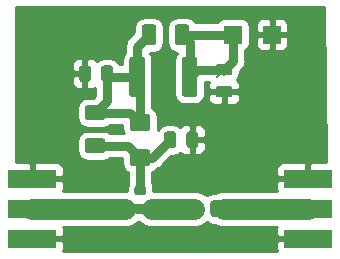
<source format=gtl>
G04 #@! TF.GenerationSoftware,KiCad,Pcbnew,5.0.1*
G04 #@! TF.CreationDate,2018-12-27T15:17:57+01:00*
G04 #@! TF.ProjectId,BiasT,42696173542E6B696361645F70636200,rev?*
G04 #@! TF.SameCoordinates,Original*
G04 #@! TF.FileFunction,Copper,L1,Top,Signal*
G04 #@! TF.FilePolarity,Positive*
%FSLAX46Y46*%
G04 Gerber Fmt 4.6, Leading zero omitted, Abs format (unit mm)*
G04 Created by KiCad (PCBNEW 5.0.1) date Do 27 Dez 2018 15:17:57 CET*
%MOMM*%
%LPD*%
G01*
G04 APERTURE LIST*
G04 #@! TA.AperFunction,Conductor*
%ADD10C,0.100000*%
G04 #@! TD*
G04 #@! TA.AperFunction,SMDPad,CuDef*
%ADD11C,0.975000*%
G04 #@! TD*
G04 #@! TA.AperFunction,SMDPad,CuDef*
%ADD12C,1.425000*%
G04 #@! TD*
G04 #@! TA.AperFunction,SMDPad,CuDef*
%ADD13C,1.250000*%
G04 #@! TD*
G04 #@! TA.AperFunction,SMDPad,CuDef*
%ADD14R,1.500000X1.500000*%
G04 #@! TD*
G04 #@! TA.AperFunction,SMDPad,CuDef*
%ADD15R,4.064000X1.524000*%
G04 #@! TD*
G04 #@! TA.AperFunction,SMDPad,CuDef*
%ADD16C,1.300000*%
G04 #@! TD*
G04 #@! TA.AperFunction,SMDPad,CuDef*
%ADD17C,0.875000*%
G04 #@! TD*
G04 #@! TA.AperFunction,ViaPad*
%ADD18C,0.609600*%
G04 #@! TD*
G04 #@! TA.AperFunction,Conductor*
%ADD19C,0.203200*%
G04 #@! TD*
G04 #@! TA.AperFunction,Conductor*
%ADD20C,0.800000*%
G04 #@! TD*
G04 #@! TA.AperFunction,Conductor*
%ADD21C,1.800000*%
G04 #@! TD*
G04 #@! TA.AperFunction,Conductor*
%ADD22C,0.254000*%
G04 #@! TD*
G04 APERTURE END LIST*
D10*
G04 #@! TO.N,Net-(C1-Pad2)*
G04 #@! TO.C,C1*
G36*
X149832142Y-74854674D02*
X149855803Y-74858184D01*
X149879007Y-74863996D01*
X149901529Y-74872054D01*
X149923153Y-74882282D01*
X149943670Y-74894579D01*
X149962883Y-74908829D01*
X149980607Y-74924893D01*
X149996671Y-74942617D01*
X150010921Y-74961830D01*
X150023218Y-74982347D01*
X150033446Y-75003971D01*
X150041504Y-75026493D01*
X150047316Y-75049697D01*
X150050826Y-75073358D01*
X150052000Y-75097250D01*
X150052000Y-75584750D01*
X150050826Y-75608642D01*
X150047316Y-75632303D01*
X150041504Y-75655507D01*
X150033446Y-75678029D01*
X150023218Y-75699653D01*
X150010921Y-75720170D01*
X149996671Y-75739383D01*
X149980607Y-75757107D01*
X149962883Y-75773171D01*
X149943670Y-75787421D01*
X149923153Y-75799718D01*
X149901529Y-75809946D01*
X149879007Y-75818004D01*
X149855803Y-75823816D01*
X149832142Y-75827326D01*
X149808250Y-75828500D01*
X148895750Y-75828500D01*
X148871858Y-75827326D01*
X148848197Y-75823816D01*
X148824993Y-75818004D01*
X148802471Y-75809946D01*
X148780847Y-75799718D01*
X148760330Y-75787421D01*
X148741117Y-75773171D01*
X148723393Y-75757107D01*
X148707329Y-75739383D01*
X148693079Y-75720170D01*
X148680782Y-75699653D01*
X148670554Y-75678029D01*
X148662496Y-75655507D01*
X148656684Y-75632303D01*
X148653174Y-75608642D01*
X148652000Y-75584750D01*
X148652000Y-75097250D01*
X148653174Y-75073358D01*
X148656684Y-75049697D01*
X148662496Y-75026493D01*
X148670554Y-75003971D01*
X148680782Y-74982347D01*
X148693079Y-74961830D01*
X148707329Y-74942617D01*
X148723393Y-74924893D01*
X148741117Y-74908829D01*
X148760330Y-74894579D01*
X148780847Y-74882282D01*
X148802471Y-74872054D01*
X148824993Y-74863996D01*
X148848197Y-74858184D01*
X148871858Y-74854674D01*
X148895750Y-74853500D01*
X149808250Y-74853500D01*
X149832142Y-74854674D01*
X149832142Y-74854674D01*
G37*
D11*
G04 #@! TD*
G04 #@! TO.P,C1,2*
G04 #@! TO.N,Net-(C1-Pad2)*
X149352000Y-75341000D03*
D10*
G04 #@! TO.N,GND*
G04 #@! TO.C,C1*
G36*
X149832142Y-76729674D02*
X149855803Y-76733184D01*
X149879007Y-76738996D01*
X149901529Y-76747054D01*
X149923153Y-76757282D01*
X149943670Y-76769579D01*
X149962883Y-76783829D01*
X149980607Y-76799893D01*
X149996671Y-76817617D01*
X150010921Y-76836830D01*
X150023218Y-76857347D01*
X150033446Y-76878971D01*
X150041504Y-76901493D01*
X150047316Y-76924697D01*
X150050826Y-76948358D01*
X150052000Y-76972250D01*
X150052000Y-77459750D01*
X150050826Y-77483642D01*
X150047316Y-77507303D01*
X150041504Y-77530507D01*
X150033446Y-77553029D01*
X150023218Y-77574653D01*
X150010921Y-77595170D01*
X149996671Y-77614383D01*
X149980607Y-77632107D01*
X149962883Y-77648171D01*
X149943670Y-77662421D01*
X149923153Y-77674718D01*
X149901529Y-77684946D01*
X149879007Y-77693004D01*
X149855803Y-77698816D01*
X149832142Y-77702326D01*
X149808250Y-77703500D01*
X148895750Y-77703500D01*
X148871858Y-77702326D01*
X148848197Y-77698816D01*
X148824993Y-77693004D01*
X148802471Y-77684946D01*
X148780847Y-77674718D01*
X148760330Y-77662421D01*
X148741117Y-77648171D01*
X148723393Y-77632107D01*
X148707329Y-77614383D01*
X148693079Y-77595170D01*
X148680782Y-77574653D01*
X148670554Y-77553029D01*
X148662496Y-77530507D01*
X148656684Y-77507303D01*
X148653174Y-77483642D01*
X148652000Y-77459750D01*
X148652000Y-76972250D01*
X148653174Y-76948358D01*
X148656684Y-76924697D01*
X148662496Y-76901493D01*
X148670554Y-76878971D01*
X148680782Y-76857347D01*
X148693079Y-76836830D01*
X148707329Y-76817617D01*
X148723393Y-76799893D01*
X148741117Y-76783829D01*
X148760330Y-76769579D01*
X148780847Y-76757282D01*
X148802471Y-76747054D01*
X148824993Y-76738996D01*
X148848197Y-76733184D01*
X148871858Y-76729674D01*
X148895750Y-76728500D01*
X149808250Y-76728500D01*
X149832142Y-76729674D01*
X149832142Y-76729674D01*
G37*
D11*
G04 #@! TD*
G04 #@! TO.P,C1,1*
G04 #@! TO.N,GND*
X149352000Y-77216000D03*
D10*
G04 #@! TO.N,GND*
G04 #@! TO.C,C2*
G36*
X137838642Y-74993174D02*
X137862303Y-74996684D01*
X137885507Y-75002496D01*
X137908029Y-75010554D01*
X137929653Y-75020782D01*
X137950170Y-75033079D01*
X137969383Y-75047329D01*
X137987107Y-75063393D01*
X138003171Y-75081117D01*
X138017421Y-75100330D01*
X138029718Y-75120847D01*
X138039946Y-75142471D01*
X138048004Y-75164993D01*
X138053816Y-75188197D01*
X138057326Y-75211858D01*
X138058500Y-75235750D01*
X138058500Y-76148250D01*
X138057326Y-76172142D01*
X138053816Y-76195803D01*
X138048004Y-76219007D01*
X138039946Y-76241529D01*
X138029718Y-76263153D01*
X138017421Y-76283670D01*
X138003171Y-76302883D01*
X137987107Y-76320607D01*
X137969383Y-76336671D01*
X137950170Y-76350921D01*
X137929653Y-76363218D01*
X137908029Y-76373446D01*
X137885507Y-76381504D01*
X137862303Y-76387316D01*
X137838642Y-76390826D01*
X137814750Y-76392000D01*
X137327250Y-76392000D01*
X137303358Y-76390826D01*
X137279697Y-76387316D01*
X137256493Y-76381504D01*
X137233971Y-76373446D01*
X137212347Y-76363218D01*
X137191830Y-76350921D01*
X137172617Y-76336671D01*
X137154893Y-76320607D01*
X137138829Y-76302883D01*
X137124579Y-76283670D01*
X137112282Y-76263153D01*
X137102054Y-76241529D01*
X137093996Y-76219007D01*
X137088184Y-76195803D01*
X137084674Y-76172142D01*
X137083500Y-76148250D01*
X137083500Y-75235750D01*
X137084674Y-75211858D01*
X137088184Y-75188197D01*
X137093996Y-75164993D01*
X137102054Y-75142471D01*
X137112282Y-75120847D01*
X137124579Y-75100330D01*
X137138829Y-75081117D01*
X137154893Y-75063393D01*
X137172617Y-75047329D01*
X137191830Y-75033079D01*
X137212347Y-75020782D01*
X137233971Y-75010554D01*
X137256493Y-75002496D01*
X137279697Y-74996684D01*
X137303358Y-74993174D01*
X137327250Y-74992000D01*
X137814750Y-74992000D01*
X137838642Y-74993174D01*
X137838642Y-74993174D01*
G37*
D11*
G04 #@! TD*
G04 #@! TO.P,C2,1*
G04 #@! TO.N,GND*
X137571000Y-75692000D03*
D10*
G04 #@! TO.N,Net-(C2-Pad2)*
G04 #@! TO.C,C2*
G36*
X139713642Y-74993174D02*
X139737303Y-74996684D01*
X139760507Y-75002496D01*
X139783029Y-75010554D01*
X139804653Y-75020782D01*
X139825170Y-75033079D01*
X139844383Y-75047329D01*
X139862107Y-75063393D01*
X139878171Y-75081117D01*
X139892421Y-75100330D01*
X139904718Y-75120847D01*
X139914946Y-75142471D01*
X139923004Y-75164993D01*
X139928816Y-75188197D01*
X139932326Y-75211858D01*
X139933500Y-75235750D01*
X139933500Y-76148250D01*
X139932326Y-76172142D01*
X139928816Y-76195803D01*
X139923004Y-76219007D01*
X139914946Y-76241529D01*
X139904718Y-76263153D01*
X139892421Y-76283670D01*
X139878171Y-76302883D01*
X139862107Y-76320607D01*
X139844383Y-76336671D01*
X139825170Y-76350921D01*
X139804653Y-76363218D01*
X139783029Y-76373446D01*
X139760507Y-76381504D01*
X139737303Y-76387316D01*
X139713642Y-76390826D01*
X139689750Y-76392000D01*
X139202250Y-76392000D01*
X139178358Y-76390826D01*
X139154697Y-76387316D01*
X139131493Y-76381504D01*
X139108971Y-76373446D01*
X139087347Y-76363218D01*
X139066830Y-76350921D01*
X139047617Y-76336671D01*
X139029893Y-76320607D01*
X139013829Y-76302883D01*
X138999579Y-76283670D01*
X138987282Y-76263153D01*
X138977054Y-76241529D01*
X138968996Y-76219007D01*
X138963184Y-76195803D01*
X138959674Y-76172142D01*
X138958500Y-76148250D01*
X138958500Y-75235750D01*
X138959674Y-75211858D01*
X138963184Y-75188197D01*
X138968996Y-75164993D01*
X138977054Y-75142471D01*
X138987282Y-75120847D01*
X138999579Y-75100330D01*
X139013829Y-75081117D01*
X139029893Y-75063393D01*
X139047617Y-75047329D01*
X139066830Y-75033079D01*
X139087347Y-75020782D01*
X139108971Y-75010554D01*
X139131493Y-75002496D01*
X139154697Y-74996684D01*
X139178358Y-74993174D01*
X139202250Y-74992000D01*
X139689750Y-74992000D01*
X139713642Y-74993174D01*
X139713642Y-74993174D01*
G37*
D11*
G04 #@! TD*
G04 #@! TO.P,C2,2*
G04 #@! TO.N,Net-(C2-Pad2)*
X139446000Y-75692000D03*
D10*
G04 #@! TO.N,Net-(C3-Pad2)*
G04 #@! TO.C,C3*
G36*
X145047642Y-80581174D02*
X145071303Y-80584684D01*
X145094507Y-80590496D01*
X145117029Y-80598554D01*
X145138653Y-80608782D01*
X145159170Y-80621079D01*
X145178383Y-80635329D01*
X145196107Y-80651393D01*
X145212171Y-80669117D01*
X145226421Y-80688330D01*
X145238718Y-80708847D01*
X145248946Y-80730471D01*
X145257004Y-80752993D01*
X145262816Y-80776197D01*
X145266326Y-80799858D01*
X145267500Y-80823750D01*
X145267500Y-81736250D01*
X145266326Y-81760142D01*
X145262816Y-81783803D01*
X145257004Y-81807007D01*
X145248946Y-81829529D01*
X145238718Y-81851153D01*
X145226421Y-81871670D01*
X145212171Y-81890883D01*
X145196107Y-81908607D01*
X145178383Y-81924671D01*
X145159170Y-81938921D01*
X145138653Y-81951218D01*
X145117029Y-81961446D01*
X145094507Y-81969504D01*
X145071303Y-81975316D01*
X145047642Y-81978826D01*
X145023750Y-81980000D01*
X144536250Y-81980000D01*
X144512358Y-81978826D01*
X144488697Y-81975316D01*
X144465493Y-81969504D01*
X144442971Y-81961446D01*
X144421347Y-81951218D01*
X144400830Y-81938921D01*
X144381617Y-81924671D01*
X144363893Y-81908607D01*
X144347829Y-81890883D01*
X144333579Y-81871670D01*
X144321282Y-81851153D01*
X144311054Y-81829529D01*
X144302996Y-81807007D01*
X144297184Y-81783803D01*
X144293674Y-81760142D01*
X144292500Y-81736250D01*
X144292500Y-80823750D01*
X144293674Y-80799858D01*
X144297184Y-80776197D01*
X144302996Y-80752993D01*
X144311054Y-80730471D01*
X144321282Y-80708847D01*
X144333579Y-80688330D01*
X144347829Y-80669117D01*
X144363893Y-80651393D01*
X144381617Y-80635329D01*
X144400830Y-80621079D01*
X144421347Y-80608782D01*
X144442971Y-80598554D01*
X144465493Y-80590496D01*
X144488697Y-80584684D01*
X144512358Y-80581174D01*
X144536250Y-80580000D01*
X145023750Y-80580000D01*
X145047642Y-80581174D01*
X145047642Y-80581174D01*
G37*
D11*
G04 #@! TD*
G04 #@! TO.P,C3,2*
G04 #@! TO.N,Net-(C3-Pad2)*
X144780000Y-81280000D03*
D10*
G04 #@! TO.N,GND*
G04 #@! TO.C,C3*
G36*
X146922642Y-80581174D02*
X146946303Y-80584684D01*
X146969507Y-80590496D01*
X146992029Y-80598554D01*
X147013653Y-80608782D01*
X147034170Y-80621079D01*
X147053383Y-80635329D01*
X147071107Y-80651393D01*
X147087171Y-80669117D01*
X147101421Y-80688330D01*
X147113718Y-80708847D01*
X147123946Y-80730471D01*
X147132004Y-80752993D01*
X147137816Y-80776197D01*
X147141326Y-80799858D01*
X147142500Y-80823750D01*
X147142500Y-81736250D01*
X147141326Y-81760142D01*
X147137816Y-81783803D01*
X147132004Y-81807007D01*
X147123946Y-81829529D01*
X147113718Y-81851153D01*
X147101421Y-81871670D01*
X147087171Y-81890883D01*
X147071107Y-81908607D01*
X147053383Y-81924671D01*
X147034170Y-81938921D01*
X147013653Y-81951218D01*
X146992029Y-81961446D01*
X146969507Y-81969504D01*
X146946303Y-81975316D01*
X146922642Y-81978826D01*
X146898750Y-81980000D01*
X146411250Y-81980000D01*
X146387358Y-81978826D01*
X146363697Y-81975316D01*
X146340493Y-81969504D01*
X146317971Y-81961446D01*
X146296347Y-81951218D01*
X146275830Y-81938921D01*
X146256617Y-81924671D01*
X146238893Y-81908607D01*
X146222829Y-81890883D01*
X146208579Y-81871670D01*
X146196282Y-81851153D01*
X146186054Y-81829529D01*
X146177996Y-81807007D01*
X146172184Y-81783803D01*
X146168674Y-81760142D01*
X146167500Y-81736250D01*
X146167500Y-80823750D01*
X146168674Y-80799858D01*
X146172184Y-80776197D01*
X146177996Y-80752993D01*
X146186054Y-80730471D01*
X146196282Y-80708847D01*
X146208579Y-80688330D01*
X146222829Y-80669117D01*
X146238893Y-80651393D01*
X146256617Y-80635329D01*
X146275830Y-80621079D01*
X146296347Y-80608782D01*
X146317971Y-80598554D01*
X146340493Y-80590496D01*
X146363697Y-80584684D01*
X146387358Y-80581174D01*
X146411250Y-80580000D01*
X146898750Y-80580000D01*
X146922642Y-80581174D01*
X146922642Y-80581174D01*
G37*
D11*
G04 #@! TD*
G04 #@! TO.P,C3,1*
G04 #@! TO.N,GND*
X146655000Y-81280000D03*
D10*
G04 #@! TO.N,/RF_2*
G04 #@! TO.C,C4*
G36*
X148954642Y-86423174D02*
X148978303Y-86426684D01*
X149001507Y-86432496D01*
X149024029Y-86440554D01*
X149045653Y-86450782D01*
X149066170Y-86463079D01*
X149085383Y-86477329D01*
X149103107Y-86493393D01*
X149119171Y-86511117D01*
X149133421Y-86530330D01*
X149145718Y-86550847D01*
X149155946Y-86572471D01*
X149164004Y-86594993D01*
X149169816Y-86618197D01*
X149173326Y-86641858D01*
X149174500Y-86665750D01*
X149174500Y-87578250D01*
X149173326Y-87602142D01*
X149169816Y-87625803D01*
X149164004Y-87649007D01*
X149155946Y-87671529D01*
X149145718Y-87693153D01*
X149133421Y-87713670D01*
X149119171Y-87732883D01*
X149103107Y-87750607D01*
X149085383Y-87766671D01*
X149066170Y-87780921D01*
X149045653Y-87793218D01*
X149024029Y-87803446D01*
X149001507Y-87811504D01*
X148978303Y-87817316D01*
X148954642Y-87820826D01*
X148930750Y-87822000D01*
X148443250Y-87822000D01*
X148419358Y-87820826D01*
X148395697Y-87817316D01*
X148372493Y-87811504D01*
X148349971Y-87803446D01*
X148328347Y-87793218D01*
X148307830Y-87780921D01*
X148288617Y-87766671D01*
X148270893Y-87750607D01*
X148254829Y-87732883D01*
X148240579Y-87713670D01*
X148228282Y-87693153D01*
X148218054Y-87671529D01*
X148209996Y-87649007D01*
X148204184Y-87625803D01*
X148200674Y-87602142D01*
X148199500Y-87578250D01*
X148199500Y-86665750D01*
X148200674Y-86641858D01*
X148204184Y-86618197D01*
X148209996Y-86594993D01*
X148218054Y-86572471D01*
X148228282Y-86550847D01*
X148240579Y-86530330D01*
X148254829Y-86511117D01*
X148270893Y-86493393D01*
X148288617Y-86477329D01*
X148307830Y-86463079D01*
X148328347Y-86450782D01*
X148349971Y-86440554D01*
X148372493Y-86432496D01*
X148395697Y-86426684D01*
X148419358Y-86423174D01*
X148443250Y-86422000D01*
X148930750Y-86422000D01*
X148954642Y-86423174D01*
X148954642Y-86423174D01*
G37*
D11*
G04 #@! TD*
G04 #@! TO.P,C4,1*
G04 #@! TO.N,/RF_2*
X148687000Y-87122000D03*
D10*
G04 #@! TO.N,/RF_1*
G04 #@! TO.C,C4*
G36*
X147079642Y-86423174D02*
X147103303Y-86426684D01*
X147126507Y-86432496D01*
X147149029Y-86440554D01*
X147170653Y-86450782D01*
X147191170Y-86463079D01*
X147210383Y-86477329D01*
X147228107Y-86493393D01*
X147244171Y-86511117D01*
X147258421Y-86530330D01*
X147270718Y-86550847D01*
X147280946Y-86572471D01*
X147289004Y-86594993D01*
X147294816Y-86618197D01*
X147298326Y-86641858D01*
X147299500Y-86665750D01*
X147299500Y-87578250D01*
X147298326Y-87602142D01*
X147294816Y-87625803D01*
X147289004Y-87649007D01*
X147280946Y-87671529D01*
X147270718Y-87693153D01*
X147258421Y-87713670D01*
X147244171Y-87732883D01*
X147228107Y-87750607D01*
X147210383Y-87766671D01*
X147191170Y-87780921D01*
X147170653Y-87793218D01*
X147149029Y-87803446D01*
X147126507Y-87811504D01*
X147103303Y-87817316D01*
X147079642Y-87820826D01*
X147055750Y-87822000D01*
X146568250Y-87822000D01*
X146544358Y-87820826D01*
X146520697Y-87817316D01*
X146497493Y-87811504D01*
X146474971Y-87803446D01*
X146453347Y-87793218D01*
X146432830Y-87780921D01*
X146413617Y-87766671D01*
X146395893Y-87750607D01*
X146379829Y-87732883D01*
X146365579Y-87713670D01*
X146353282Y-87693153D01*
X146343054Y-87671529D01*
X146334996Y-87649007D01*
X146329184Y-87625803D01*
X146325674Y-87602142D01*
X146324500Y-87578250D01*
X146324500Y-86665750D01*
X146325674Y-86641858D01*
X146329184Y-86618197D01*
X146334996Y-86594993D01*
X146343054Y-86572471D01*
X146353282Y-86550847D01*
X146365579Y-86530330D01*
X146379829Y-86511117D01*
X146395893Y-86493393D01*
X146413617Y-86477329D01*
X146432830Y-86463079D01*
X146453347Y-86450782D01*
X146474971Y-86440554D01*
X146497493Y-86432496D01*
X146520697Y-86426684D01*
X146544358Y-86423174D01*
X146568250Y-86422000D01*
X147055750Y-86422000D01*
X147079642Y-86423174D01*
X147079642Y-86423174D01*
G37*
D11*
G04 #@! TD*
G04 #@! TO.P,C4,2*
G04 #@! TO.N,/RF_1*
X146812000Y-87122000D03*
D10*
G04 #@! TO.N,Net-(C2-Pad2)*
G04 #@! TO.C,L2*
G36*
X142889504Y-79117704D02*
X142913773Y-79121304D01*
X142937571Y-79127265D01*
X142960671Y-79135530D01*
X142982849Y-79146020D01*
X143003893Y-79158633D01*
X143023598Y-79173247D01*
X143041777Y-79189723D01*
X143058253Y-79207902D01*
X143072867Y-79227607D01*
X143085480Y-79248651D01*
X143095970Y-79270829D01*
X143104235Y-79293929D01*
X143110196Y-79317727D01*
X143113796Y-79341996D01*
X143115000Y-79366500D01*
X143115000Y-80291500D01*
X143113796Y-80316004D01*
X143110196Y-80340273D01*
X143104235Y-80364071D01*
X143095970Y-80387171D01*
X143085480Y-80409349D01*
X143072867Y-80430393D01*
X143058253Y-80450098D01*
X143041777Y-80468277D01*
X143023598Y-80484753D01*
X143003893Y-80499367D01*
X142982849Y-80511980D01*
X142960671Y-80522470D01*
X142937571Y-80530735D01*
X142913773Y-80536696D01*
X142889504Y-80540296D01*
X142865000Y-80541500D01*
X141615000Y-80541500D01*
X141590496Y-80540296D01*
X141566227Y-80536696D01*
X141542429Y-80530735D01*
X141519329Y-80522470D01*
X141497151Y-80511980D01*
X141476107Y-80499367D01*
X141456402Y-80484753D01*
X141438223Y-80468277D01*
X141421747Y-80450098D01*
X141407133Y-80430393D01*
X141394520Y-80409349D01*
X141384030Y-80387171D01*
X141375765Y-80364071D01*
X141369804Y-80340273D01*
X141366204Y-80316004D01*
X141365000Y-80291500D01*
X141365000Y-79366500D01*
X141366204Y-79341996D01*
X141369804Y-79317727D01*
X141375765Y-79293929D01*
X141384030Y-79270829D01*
X141394520Y-79248651D01*
X141407133Y-79227607D01*
X141421747Y-79207902D01*
X141438223Y-79189723D01*
X141456402Y-79173247D01*
X141476107Y-79158633D01*
X141497151Y-79146020D01*
X141519329Y-79135530D01*
X141542429Y-79127265D01*
X141566227Y-79121304D01*
X141590496Y-79117704D01*
X141615000Y-79116500D01*
X142865000Y-79116500D01*
X142889504Y-79117704D01*
X142889504Y-79117704D01*
G37*
D12*
G04 #@! TD*
G04 #@! TO.P,L2,1*
G04 #@! TO.N,Net-(C2-Pad2)*
X142240000Y-79829000D03*
D10*
G04 #@! TO.N,Net-(C3-Pad2)*
G04 #@! TO.C,L2*
G36*
X142889504Y-82092704D02*
X142913773Y-82096304D01*
X142937571Y-82102265D01*
X142960671Y-82110530D01*
X142982849Y-82121020D01*
X143003893Y-82133633D01*
X143023598Y-82148247D01*
X143041777Y-82164723D01*
X143058253Y-82182902D01*
X143072867Y-82202607D01*
X143085480Y-82223651D01*
X143095970Y-82245829D01*
X143104235Y-82268929D01*
X143110196Y-82292727D01*
X143113796Y-82316996D01*
X143115000Y-82341500D01*
X143115000Y-83266500D01*
X143113796Y-83291004D01*
X143110196Y-83315273D01*
X143104235Y-83339071D01*
X143095970Y-83362171D01*
X143085480Y-83384349D01*
X143072867Y-83405393D01*
X143058253Y-83425098D01*
X143041777Y-83443277D01*
X143023598Y-83459753D01*
X143003893Y-83474367D01*
X142982849Y-83486980D01*
X142960671Y-83497470D01*
X142937571Y-83505735D01*
X142913773Y-83511696D01*
X142889504Y-83515296D01*
X142865000Y-83516500D01*
X141615000Y-83516500D01*
X141590496Y-83515296D01*
X141566227Y-83511696D01*
X141542429Y-83505735D01*
X141519329Y-83497470D01*
X141497151Y-83486980D01*
X141476107Y-83474367D01*
X141456402Y-83459753D01*
X141438223Y-83443277D01*
X141421747Y-83425098D01*
X141407133Y-83405393D01*
X141394520Y-83384349D01*
X141384030Y-83362171D01*
X141375765Y-83339071D01*
X141369804Y-83315273D01*
X141366204Y-83291004D01*
X141365000Y-83266500D01*
X141365000Y-82341500D01*
X141366204Y-82316996D01*
X141369804Y-82292727D01*
X141375765Y-82268929D01*
X141384030Y-82245829D01*
X141394520Y-82223651D01*
X141407133Y-82202607D01*
X141421747Y-82182902D01*
X141438223Y-82164723D01*
X141456402Y-82148247D01*
X141476107Y-82133633D01*
X141497151Y-82121020D01*
X141519329Y-82110530D01*
X141542429Y-82102265D01*
X141566227Y-82096304D01*
X141590496Y-82092704D01*
X141615000Y-82091500D01*
X142865000Y-82091500D01*
X142889504Y-82092704D01*
X142889504Y-82092704D01*
G37*
D12*
G04 #@! TD*
G04 #@! TO.P,L2,2*
G04 #@! TO.N,Net-(C3-Pad2)*
X142240000Y-82804000D03*
D10*
G04 #@! TO.N,Net-(C2-Pad2)*
G04 #@! TO.C,R1*
G36*
X143395504Y-71516204D02*
X143419773Y-71519804D01*
X143443571Y-71525765D01*
X143466671Y-71534030D01*
X143488849Y-71544520D01*
X143509893Y-71557133D01*
X143529598Y-71571747D01*
X143547777Y-71588223D01*
X143564253Y-71606402D01*
X143578867Y-71626107D01*
X143591480Y-71647151D01*
X143601970Y-71669329D01*
X143610235Y-71692429D01*
X143616196Y-71716227D01*
X143619796Y-71740496D01*
X143621000Y-71765000D01*
X143621000Y-73015000D01*
X143619796Y-73039504D01*
X143616196Y-73063773D01*
X143610235Y-73087571D01*
X143601970Y-73110671D01*
X143591480Y-73132849D01*
X143578867Y-73153893D01*
X143564253Y-73173598D01*
X143547777Y-73191777D01*
X143529598Y-73208253D01*
X143509893Y-73222867D01*
X143488849Y-73235480D01*
X143466671Y-73245970D01*
X143443571Y-73254235D01*
X143419773Y-73260196D01*
X143395504Y-73263796D01*
X143371000Y-73265000D01*
X142621000Y-73265000D01*
X142596496Y-73263796D01*
X142572227Y-73260196D01*
X142548429Y-73254235D01*
X142525329Y-73245970D01*
X142503151Y-73235480D01*
X142482107Y-73222867D01*
X142462402Y-73208253D01*
X142444223Y-73191777D01*
X142427747Y-73173598D01*
X142413133Y-73153893D01*
X142400520Y-73132849D01*
X142390030Y-73110671D01*
X142381765Y-73087571D01*
X142375804Y-73063773D01*
X142372204Y-73039504D01*
X142371000Y-73015000D01*
X142371000Y-71765000D01*
X142372204Y-71740496D01*
X142375804Y-71716227D01*
X142381765Y-71692429D01*
X142390030Y-71669329D01*
X142400520Y-71647151D01*
X142413133Y-71626107D01*
X142427747Y-71606402D01*
X142444223Y-71588223D01*
X142462402Y-71571747D01*
X142482107Y-71557133D01*
X142503151Y-71544520D01*
X142525329Y-71534030D01*
X142548429Y-71525765D01*
X142572227Y-71519804D01*
X142596496Y-71516204D01*
X142621000Y-71515000D01*
X143371000Y-71515000D01*
X143395504Y-71516204D01*
X143395504Y-71516204D01*
G37*
D13*
G04 #@! TD*
G04 #@! TO.P,R1,2*
G04 #@! TO.N,Net-(C2-Pad2)*
X142996000Y-72390000D03*
D10*
G04 #@! TO.N,Net-(C1-Pad2)*
G04 #@! TO.C,R1*
G36*
X146195504Y-71516204D02*
X146219773Y-71519804D01*
X146243571Y-71525765D01*
X146266671Y-71534030D01*
X146288849Y-71544520D01*
X146309893Y-71557133D01*
X146329598Y-71571747D01*
X146347777Y-71588223D01*
X146364253Y-71606402D01*
X146378867Y-71626107D01*
X146391480Y-71647151D01*
X146401970Y-71669329D01*
X146410235Y-71692429D01*
X146416196Y-71716227D01*
X146419796Y-71740496D01*
X146421000Y-71765000D01*
X146421000Y-73015000D01*
X146419796Y-73039504D01*
X146416196Y-73063773D01*
X146410235Y-73087571D01*
X146401970Y-73110671D01*
X146391480Y-73132849D01*
X146378867Y-73153893D01*
X146364253Y-73173598D01*
X146347777Y-73191777D01*
X146329598Y-73208253D01*
X146309893Y-73222867D01*
X146288849Y-73235480D01*
X146266671Y-73245970D01*
X146243571Y-73254235D01*
X146219773Y-73260196D01*
X146195504Y-73263796D01*
X146171000Y-73265000D01*
X145421000Y-73265000D01*
X145396496Y-73263796D01*
X145372227Y-73260196D01*
X145348429Y-73254235D01*
X145325329Y-73245970D01*
X145303151Y-73235480D01*
X145282107Y-73222867D01*
X145262402Y-73208253D01*
X145244223Y-73191777D01*
X145227747Y-73173598D01*
X145213133Y-73153893D01*
X145200520Y-73132849D01*
X145190030Y-73110671D01*
X145181765Y-73087571D01*
X145175804Y-73063773D01*
X145172204Y-73039504D01*
X145171000Y-73015000D01*
X145171000Y-71765000D01*
X145172204Y-71740496D01*
X145175804Y-71716227D01*
X145181765Y-71692429D01*
X145190030Y-71669329D01*
X145200520Y-71647151D01*
X145213133Y-71626107D01*
X145227747Y-71606402D01*
X145244223Y-71588223D01*
X145262402Y-71571747D01*
X145282107Y-71557133D01*
X145303151Y-71544520D01*
X145325329Y-71534030D01*
X145348429Y-71525765D01*
X145372227Y-71519804D01*
X145396496Y-71516204D01*
X145421000Y-71515000D01*
X146171000Y-71515000D01*
X146195504Y-71516204D01*
X146195504Y-71516204D01*
G37*
D13*
G04 #@! TD*
G04 #@! TO.P,R1,1*
G04 #@! TO.N,Net-(C1-Pad2)*
X145796000Y-72390000D03*
D10*
G04 #@! TO.N,Net-(C2-Pad2)*
G04 #@! TO.C,R2*
G36*
X139079504Y-78364204D02*
X139103773Y-78367804D01*
X139127571Y-78373765D01*
X139150671Y-78382030D01*
X139172849Y-78392520D01*
X139193893Y-78405133D01*
X139213598Y-78419747D01*
X139231777Y-78436223D01*
X139248253Y-78454402D01*
X139262867Y-78474107D01*
X139275480Y-78495151D01*
X139285970Y-78517329D01*
X139294235Y-78540429D01*
X139300196Y-78564227D01*
X139303796Y-78588496D01*
X139305000Y-78613000D01*
X139305000Y-79363000D01*
X139303796Y-79387504D01*
X139300196Y-79411773D01*
X139294235Y-79435571D01*
X139285970Y-79458671D01*
X139275480Y-79480849D01*
X139262867Y-79501893D01*
X139248253Y-79521598D01*
X139231777Y-79539777D01*
X139213598Y-79556253D01*
X139193893Y-79570867D01*
X139172849Y-79583480D01*
X139150671Y-79593970D01*
X139127571Y-79602235D01*
X139103773Y-79608196D01*
X139079504Y-79611796D01*
X139055000Y-79613000D01*
X137805000Y-79613000D01*
X137780496Y-79611796D01*
X137756227Y-79608196D01*
X137732429Y-79602235D01*
X137709329Y-79593970D01*
X137687151Y-79583480D01*
X137666107Y-79570867D01*
X137646402Y-79556253D01*
X137628223Y-79539777D01*
X137611747Y-79521598D01*
X137597133Y-79501893D01*
X137584520Y-79480849D01*
X137574030Y-79458671D01*
X137565765Y-79435571D01*
X137559804Y-79411773D01*
X137556204Y-79387504D01*
X137555000Y-79363000D01*
X137555000Y-78613000D01*
X137556204Y-78588496D01*
X137559804Y-78564227D01*
X137565765Y-78540429D01*
X137574030Y-78517329D01*
X137584520Y-78495151D01*
X137597133Y-78474107D01*
X137611747Y-78454402D01*
X137628223Y-78436223D01*
X137646402Y-78419747D01*
X137666107Y-78405133D01*
X137687151Y-78392520D01*
X137709329Y-78382030D01*
X137732429Y-78373765D01*
X137756227Y-78367804D01*
X137780496Y-78364204D01*
X137805000Y-78363000D01*
X139055000Y-78363000D01*
X139079504Y-78364204D01*
X139079504Y-78364204D01*
G37*
D13*
G04 #@! TD*
G04 #@! TO.P,R2,1*
G04 #@! TO.N,Net-(C2-Pad2)*
X138430000Y-78988000D03*
D10*
G04 #@! TO.N,Net-(C3-Pad2)*
G04 #@! TO.C,R2*
G36*
X139079504Y-81164204D02*
X139103773Y-81167804D01*
X139127571Y-81173765D01*
X139150671Y-81182030D01*
X139172849Y-81192520D01*
X139193893Y-81205133D01*
X139213598Y-81219747D01*
X139231777Y-81236223D01*
X139248253Y-81254402D01*
X139262867Y-81274107D01*
X139275480Y-81295151D01*
X139285970Y-81317329D01*
X139294235Y-81340429D01*
X139300196Y-81364227D01*
X139303796Y-81388496D01*
X139305000Y-81413000D01*
X139305000Y-82163000D01*
X139303796Y-82187504D01*
X139300196Y-82211773D01*
X139294235Y-82235571D01*
X139285970Y-82258671D01*
X139275480Y-82280849D01*
X139262867Y-82301893D01*
X139248253Y-82321598D01*
X139231777Y-82339777D01*
X139213598Y-82356253D01*
X139193893Y-82370867D01*
X139172849Y-82383480D01*
X139150671Y-82393970D01*
X139127571Y-82402235D01*
X139103773Y-82408196D01*
X139079504Y-82411796D01*
X139055000Y-82413000D01*
X137805000Y-82413000D01*
X137780496Y-82411796D01*
X137756227Y-82408196D01*
X137732429Y-82402235D01*
X137709329Y-82393970D01*
X137687151Y-82383480D01*
X137666107Y-82370867D01*
X137646402Y-82356253D01*
X137628223Y-82339777D01*
X137611747Y-82321598D01*
X137597133Y-82301893D01*
X137584520Y-82280849D01*
X137574030Y-82258671D01*
X137565765Y-82235571D01*
X137559804Y-82211773D01*
X137556204Y-82187504D01*
X137555000Y-82163000D01*
X137555000Y-81413000D01*
X137556204Y-81388496D01*
X137559804Y-81364227D01*
X137565765Y-81340429D01*
X137574030Y-81317329D01*
X137584520Y-81295151D01*
X137597133Y-81274107D01*
X137611747Y-81254402D01*
X137628223Y-81236223D01*
X137646402Y-81219747D01*
X137666107Y-81205133D01*
X137687151Y-81192520D01*
X137709329Y-81182030D01*
X137732429Y-81173765D01*
X137756227Y-81167804D01*
X137780496Y-81164204D01*
X137805000Y-81163000D01*
X139055000Y-81163000D01*
X139079504Y-81164204D01*
X139079504Y-81164204D01*
G37*
D13*
G04 #@! TD*
G04 #@! TO.P,R2,2*
G04 #@! TO.N,Net-(C3-Pad2)*
X138430000Y-81788000D03*
D14*
G04 #@! TO.P,TP1,1*
G04 #@! TO.N,Net-(C1-Pad2)*
X150114000Y-72390000D03*
G04 #@! TD*
G04 #@! TO.P,TP2,1*
G04 #@! TO.N,GND*
X153416000Y-72390000D03*
G04 #@! TD*
D15*
G04 #@! TO.P,J1,2*
G04 #@! TO.N,GND*
X133096000Y-89662000D03*
X133096000Y-84582000D03*
G04 #@! TO.P,J1,1*
G04 #@! TO.N,/RF_1*
X133096000Y-87122000D03*
G04 #@! TD*
G04 #@! TO.P,J2,1*
G04 #@! TO.N,/RF_2*
X156452000Y-87122000D03*
G04 #@! TO.P,J2,2*
G04 #@! TO.N,GND*
X156452000Y-84582000D03*
X156452000Y-89662000D03*
G04 #@! TD*
D10*
G04 #@! TO.N,Net-(C1-Pad2)*
G04 #@! TO.C,L1*
G36*
X146860504Y-74247204D02*
X146884773Y-74250804D01*
X146908571Y-74256765D01*
X146931671Y-74265030D01*
X146953849Y-74275520D01*
X146974893Y-74288133D01*
X146994598Y-74302747D01*
X147012777Y-74319223D01*
X147029253Y-74337402D01*
X147043867Y-74357107D01*
X147056480Y-74378151D01*
X147066970Y-74400329D01*
X147075235Y-74423429D01*
X147081196Y-74447227D01*
X147084796Y-74471496D01*
X147086000Y-74496000D01*
X147086000Y-77396000D01*
X147084796Y-77420504D01*
X147081196Y-77444773D01*
X147075235Y-77468571D01*
X147066970Y-77491671D01*
X147056480Y-77513849D01*
X147043867Y-77534893D01*
X147029253Y-77554598D01*
X147012777Y-77572777D01*
X146994598Y-77589253D01*
X146974893Y-77603867D01*
X146953849Y-77616480D01*
X146931671Y-77626970D01*
X146908571Y-77635235D01*
X146884773Y-77641196D01*
X146860504Y-77644796D01*
X146836000Y-77646000D01*
X146036000Y-77646000D01*
X146011496Y-77644796D01*
X145987227Y-77641196D01*
X145963429Y-77635235D01*
X145940329Y-77626970D01*
X145918151Y-77616480D01*
X145897107Y-77603867D01*
X145877402Y-77589253D01*
X145859223Y-77572777D01*
X145842747Y-77554598D01*
X145828133Y-77534893D01*
X145815520Y-77513849D01*
X145805030Y-77491671D01*
X145796765Y-77468571D01*
X145790804Y-77444773D01*
X145787204Y-77420504D01*
X145786000Y-77396000D01*
X145786000Y-74496000D01*
X145787204Y-74471496D01*
X145790804Y-74447227D01*
X145796765Y-74423429D01*
X145805030Y-74400329D01*
X145815520Y-74378151D01*
X145828133Y-74357107D01*
X145842747Y-74337402D01*
X145859223Y-74319223D01*
X145877402Y-74302747D01*
X145897107Y-74288133D01*
X145918151Y-74275520D01*
X145940329Y-74265030D01*
X145963429Y-74256765D01*
X145987227Y-74250804D01*
X146011496Y-74247204D01*
X146036000Y-74246000D01*
X146836000Y-74246000D01*
X146860504Y-74247204D01*
X146860504Y-74247204D01*
G37*
D16*
G04 #@! TD*
G04 #@! TO.P,L1,1*
G04 #@! TO.N,Net-(C1-Pad2)*
X146436000Y-75946000D03*
D10*
G04 #@! TO.N,Net-(C2-Pad2)*
G04 #@! TO.C,L1*
G36*
X142410504Y-74247204D02*
X142434773Y-74250804D01*
X142458571Y-74256765D01*
X142481671Y-74265030D01*
X142503849Y-74275520D01*
X142524893Y-74288133D01*
X142544598Y-74302747D01*
X142562777Y-74319223D01*
X142579253Y-74337402D01*
X142593867Y-74357107D01*
X142606480Y-74378151D01*
X142616970Y-74400329D01*
X142625235Y-74423429D01*
X142631196Y-74447227D01*
X142634796Y-74471496D01*
X142636000Y-74496000D01*
X142636000Y-77396000D01*
X142634796Y-77420504D01*
X142631196Y-77444773D01*
X142625235Y-77468571D01*
X142616970Y-77491671D01*
X142606480Y-77513849D01*
X142593867Y-77534893D01*
X142579253Y-77554598D01*
X142562777Y-77572777D01*
X142544598Y-77589253D01*
X142524893Y-77603867D01*
X142503849Y-77616480D01*
X142481671Y-77626970D01*
X142458571Y-77635235D01*
X142434773Y-77641196D01*
X142410504Y-77644796D01*
X142386000Y-77646000D01*
X141586000Y-77646000D01*
X141561496Y-77644796D01*
X141537227Y-77641196D01*
X141513429Y-77635235D01*
X141490329Y-77626970D01*
X141468151Y-77616480D01*
X141447107Y-77603867D01*
X141427402Y-77589253D01*
X141409223Y-77572777D01*
X141392747Y-77554598D01*
X141378133Y-77534893D01*
X141365520Y-77513849D01*
X141355030Y-77491671D01*
X141346765Y-77468571D01*
X141340804Y-77444773D01*
X141337204Y-77420504D01*
X141336000Y-77396000D01*
X141336000Y-74496000D01*
X141337204Y-74471496D01*
X141340804Y-74447227D01*
X141346765Y-74423429D01*
X141355030Y-74400329D01*
X141365520Y-74378151D01*
X141378133Y-74357107D01*
X141392747Y-74337402D01*
X141409223Y-74319223D01*
X141427402Y-74302747D01*
X141447107Y-74288133D01*
X141468151Y-74275520D01*
X141490329Y-74265030D01*
X141513429Y-74256765D01*
X141537227Y-74250804D01*
X141561496Y-74247204D01*
X141586000Y-74246000D01*
X142386000Y-74246000D01*
X142410504Y-74247204D01*
X142410504Y-74247204D01*
G37*
D16*
G04 #@! TD*
G04 #@! TO.P,L1,2*
G04 #@! TO.N,Net-(C2-Pad2)*
X141986000Y-75946000D03*
D10*
G04 #@! TO.N,Net-(C3-Pad2)*
G04 #@! TO.C,L3*
G36*
X142517691Y-85110553D02*
X142538926Y-85113703D01*
X142559750Y-85118919D01*
X142579962Y-85126151D01*
X142599368Y-85135330D01*
X142617781Y-85146366D01*
X142635024Y-85159154D01*
X142650930Y-85173570D01*
X142665346Y-85189476D01*
X142678134Y-85206719D01*
X142689170Y-85225132D01*
X142698349Y-85244538D01*
X142705581Y-85264750D01*
X142710797Y-85285574D01*
X142713947Y-85306809D01*
X142715000Y-85328250D01*
X142715000Y-85765750D01*
X142713947Y-85787191D01*
X142710797Y-85808426D01*
X142705581Y-85829250D01*
X142698349Y-85849462D01*
X142689170Y-85868868D01*
X142678134Y-85887281D01*
X142665346Y-85904524D01*
X142650930Y-85920430D01*
X142635024Y-85934846D01*
X142617781Y-85947634D01*
X142599368Y-85958670D01*
X142579962Y-85967849D01*
X142559750Y-85975081D01*
X142538926Y-85980297D01*
X142517691Y-85983447D01*
X142496250Y-85984500D01*
X141983750Y-85984500D01*
X141962309Y-85983447D01*
X141941074Y-85980297D01*
X141920250Y-85975081D01*
X141900038Y-85967849D01*
X141880632Y-85958670D01*
X141862219Y-85947634D01*
X141844976Y-85934846D01*
X141829070Y-85920430D01*
X141814654Y-85904524D01*
X141801866Y-85887281D01*
X141790830Y-85868868D01*
X141781651Y-85849462D01*
X141774419Y-85829250D01*
X141769203Y-85808426D01*
X141766053Y-85787191D01*
X141765000Y-85765750D01*
X141765000Y-85328250D01*
X141766053Y-85306809D01*
X141769203Y-85285574D01*
X141774419Y-85264750D01*
X141781651Y-85244538D01*
X141790830Y-85225132D01*
X141801866Y-85206719D01*
X141814654Y-85189476D01*
X141829070Y-85173570D01*
X141844976Y-85159154D01*
X141862219Y-85146366D01*
X141880632Y-85135330D01*
X141900038Y-85126151D01*
X141920250Y-85118919D01*
X141941074Y-85113703D01*
X141962309Y-85110553D01*
X141983750Y-85109500D01*
X142496250Y-85109500D01*
X142517691Y-85110553D01*
X142517691Y-85110553D01*
G37*
D17*
G04 #@! TD*
G04 #@! TO.P,L3,1*
G04 #@! TO.N,Net-(C3-Pad2)*
X142240000Y-85547000D03*
D10*
G04 #@! TO.N,/RF_1*
G04 #@! TO.C,L3*
G36*
X142517691Y-86685553D02*
X142538926Y-86688703D01*
X142559750Y-86693919D01*
X142579962Y-86701151D01*
X142599368Y-86710330D01*
X142617781Y-86721366D01*
X142635024Y-86734154D01*
X142650930Y-86748570D01*
X142665346Y-86764476D01*
X142678134Y-86781719D01*
X142689170Y-86800132D01*
X142698349Y-86819538D01*
X142705581Y-86839750D01*
X142710797Y-86860574D01*
X142713947Y-86881809D01*
X142715000Y-86903250D01*
X142715000Y-87340750D01*
X142713947Y-87362191D01*
X142710797Y-87383426D01*
X142705581Y-87404250D01*
X142698349Y-87424462D01*
X142689170Y-87443868D01*
X142678134Y-87462281D01*
X142665346Y-87479524D01*
X142650930Y-87495430D01*
X142635024Y-87509846D01*
X142617781Y-87522634D01*
X142599368Y-87533670D01*
X142579962Y-87542849D01*
X142559750Y-87550081D01*
X142538926Y-87555297D01*
X142517691Y-87558447D01*
X142496250Y-87559500D01*
X141983750Y-87559500D01*
X141962309Y-87558447D01*
X141941074Y-87555297D01*
X141920250Y-87550081D01*
X141900038Y-87542849D01*
X141880632Y-87533670D01*
X141862219Y-87522634D01*
X141844976Y-87509846D01*
X141829070Y-87495430D01*
X141814654Y-87479524D01*
X141801866Y-87462281D01*
X141790830Y-87443868D01*
X141781651Y-87424462D01*
X141774419Y-87404250D01*
X141769203Y-87383426D01*
X141766053Y-87362191D01*
X141765000Y-87340750D01*
X141765000Y-86903250D01*
X141766053Y-86881809D01*
X141769203Y-86860574D01*
X141774419Y-86839750D01*
X141781651Y-86819538D01*
X141790830Y-86800132D01*
X141801866Y-86781719D01*
X141814654Y-86764476D01*
X141829070Y-86748570D01*
X141844976Y-86734154D01*
X141862219Y-86721366D01*
X141880632Y-86710330D01*
X141900038Y-86701151D01*
X141920250Y-86693919D01*
X141941074Y-86688703D01*
X141962309Y-86685553D01*
X141983750Y-86684500D01*
X142496250Y-86684500D01*
X142517691Y-86685553D01*
X142517691Y-86685553D01*
G37*
D17*
G04 #@! TD*
G04 #@! TO.P,L3,2*
G04 #@! TO.N,/RF_1*
X142240000Y-87122000D03*
D18*
G04 #@! TO.N,GND*
X152908000Y-84328000D03*
X151384000Y-84328000D03*
X149860000Y-84328000D03*
X148336000Y-84328000D03*
X146812000Y-84328000D03*
X145288000Y-84328000D03*
X136144000Y-84328000D03*
X137668000Y-84328000D03*
X139192000Y-84328000D03*
X140716000Y-84328000D03*
X152908000Y-89408000D03*
X150876000Y-89408000D03*
X148844000Y-89408000D03*
X146812000Y-89408000D03*
X144780000Y-89408000D03*
X142748000Y-89408000D03*
X140716000Y-89408000D03*
X138684000Y-89408000D03*
X136652000Y-89408000D03*
X144780000Y-79248000D03*
X146304000Y-79248000D03*
X144272000Y-75184000D03*
X144272000Y-77216000D03*
X135636000Y-75184000D03*
X135636000Y-77216000D03*
X135636000Y-73152000D03*
X138176000Y-73152000D03*
X152400000Y-75184000D03*
X154432000Y-75184000D03*
X156464000Y-75184000D03*
X156464000Y-73152000D03*
X156464000Y-71120000D03*
G04 #@! TD*
D19*
G04 #@! TO.N,Net-(C1-Pad2)*
X148747000Y-75946000D02*
X149352000Y-75341000D01*
D20*
X145796000Y-72390000D02*
X150114000Y-72390000D01*
X150114000Y-74579000D02*
X149352000Y-75341000D01*
X150114000Y-72390000D02*
X150114000Y-74579000D01*
X147041000Y-75341000D02*
X146436000Y-75946000D01*
X149352000Y-75341000D02*
X147041000Y-75341000D01*
X146436000Y-73030000D02*
X145796000Y-72390000D01*
X146436000Y-75946000D02*
X146436000Y-73030000D01*
G04 #@! TO.N,Net-(C2-Pad2)*
X142240000Y-76200000D02*
X141986000Y-75946000D01*
X142240000Y-79829000D02*
X142240000Y-76200000D01*
X139700000Y-75946000D02*
X139446000Y-75692000D01*
X141986000Y-75946000D02*
X139700000Y-75946000D01*
X141399000Y-78988000D02*
X142240000Y-79829000D01*
X138430000Y-78988000D02*
X141399000Y-78988000D01*
X139446000Y-77972000D02*
X138430000Y-78988000D01*
X139446000Y-75692000D02*
X139446000Y-77972000D01*
X142996000Y-72390000D02*
X141986000Y-73400000D01*
X141986000Y-73400000D02*
X141986000Y-75946000D01*
G04 #@! TO.N,Net-(C3-Pad2)*
X144780000Y-81280000D02*
X143256000Y-82804000D01*
X143256000Y-82804000D02*
X142240000Y-82804000D01*
X141224000Y-81788000D02*
X142240000Y-82804000D01*
X138430000Y-81788000D02*
X141224000Y-81788000D01*
X142240000Y-82804000D02*
X142240000Y-85547000D01*
D21*
G04 #@! TO.N,/RF_2*
X156452000Y-87122000D02*
X152620000Y-87122000D01*
X152620000Y-87122000D02*
X149352000Y-87122000D01*
G04 #@! TO.N,/RF_1*
X146812000Y-87122000D02*
X146224500Y-87122000D01*
X146224500Y-87122000D02*
X143764000Y-87122000D01*
X143764000Y-87122000D02*
X143245426Y-87122000D01*
X133096000Y-87122000D02*
X140970000Y-87122000D01*
G04 #@! TD*
D22*
G04 #@! TO.N,GND*
G36*
X142138753Y-88228673D02*
X142646499Y-88567938D01*
X143094244Y-88657000D01*
X146963182Y-88657000D01*
X147410927Y-88567938D01*
X147881037Y-88253821D01*
X148102206Y-88401602D01*
X148443250Y-88469440D01*
X148605660Y-88469440D01*
X148753073Y-88567938D01*
X149200818Y-88657000D01*
X153833335Y-88657000D01*
X153785000Y-88773690D01*
X153785000Y-89376250D01*
X153943750Y-89535000D01*
X156325000Y-89535000D01*
X156325000Y-89515000D01*
X156579000Y-89515000D01*
X156579000Y-89535000D01*
X156599000Y-89535000D01*
X156599000Y-89789000D01*
X156579000Y-89789000D01*
X156579000Y-89809000D01*
X156325000Y-89809000D01*
X156325000Y-89789000D01*
X153943750Y-89789000D01*
X153785000Y-89947750D01*
X153785000Y-90550310D01*
X153859430Y-90730000D01*
X135688570Y-90730000D01*
X135763000Y-90550310D01*
X135763000Y-89947750D01*
X135604250Y-89789000D01*
X133223000Y-89789000D01*
X133223000Y-89809000D01*
X132969000Y-89809000D01*
X132969000Y-89789000D01*
X132949000Y-89789000D01*
X132949000Y-89535000D01*
X132969000Y-89535000D01*
X132969000Y-89515000D01*
X133223000Y-89515000D01*
X133223000Y-89535000D01*
X135604250Y-89535000D01*
X135763000Y-89376250D01*
X135763000Y-88773690D01*
X135714665Y-88657000D01*
X141121182Y-88657000D01*
X141568927Y-88567938D01*
X142076673Y-88228673D01*
X142091195Y-88206940D01*
X142124231Y-88206940D01*
X142138753Y-88228673D01*
X142138753Y-88228673D01*
G37*
X142138753Y-88228673D02*
X142646499Y-88567938D01*
X143094244Y-88657000D01*
X146963182Y-88657000D01*
X147410927Y-88567938D01*
X147881037Y-88253821D01*
X148102206Y-88401602D01*
X148443250Y-88469440D01*
X148605660Y-88469440D01*
X148753073Y-88567938D01*
X149200818Y-88657000D01*
X153833335Y-88657000D01*
X153785000Y-88773690D01*
X153785000Y-89376250D01*
X153943750Y-89535000D01*
X156325000Y-89535000D01*
X156325000Y-89515000D01*
X156579000Y-89515000D01*
X156579000Y-89535000D01*
X156599000Y-89535000D01*
X156599000Y-89789000D01*
X156579000Y-89789000D01*
X156579000Y-89809000D01*
X156325000Y-89809000D01*
X156325000Y-89789000D01*
X153943750Y-89789000D01*
X153785000Y-89947750D01*
X153785000Y-90550310D01*
X153859430Y-90730000D01*
X135688570Y-90730000D01*
X135763000Y-90550310D01*
X135763000Y-89947750D01*
X135604250Y-89789000D01*
X133223000Y-89789000D01*
X133223000Y-89809000D01*
X132969000Y-89809000D01*
X132969000Y-89789000D01*
X132949000Y-89789000D01*
X132949000Y-89535000D01*
X132969000Y-89535000D01*
X132969000Y-89515000D01*
X133223000Y-89515000D01*
X133223000Y-89535000D01*
X135604250Y-89535000D01*
X135763000Y-89376250D01*
X135763000Y-88773690D01*
X135714665Y-88657000D01*
X141121182Y-88657000D01*
X141568927Y-88567938D01*
X142076673Y-88228673D01*
X142091195Y-88206940D01*
X142124231Y-88206940D01*
X142138753Y-88228673D01*
G36*
X157945069Y-83185000D02*
X156737750Y-83185000D01*
X156579000Y-83343750D01*
X156579000Y-84455000D01*
X156599000Y-84455000D01*
X156599000Y-84709000D01*
X156579000Y-84709000D01*
X156579000Y-84729000D01*
X156325000Y-84729000D01*
X156325000Y-84709000D01*
X153943750Y-84709000D01*
X153785000Y-84867750D01*
X153785000Y-85470310D01*
X153833335Y-85587000D01*
X149200818Y-85587000D01*
X148753073Y-85676062D01*
X148605660Y-85774560D01*
X148443250Y-85774560D01*
X148102206Y-85842398D01*
X147881037Y-85990179D01*
X147410927Y-85676062D01*
X146963182Y-85587000D01*
X143362440Y-85587000D01*
X143362440Y-85328250D01*
X143296505Y-84996773D01*
X143275000Y-84964588D01*
X143275000Y-84051149D01*
X143499586Y-83901086D01*
X143569141Y-83796988D01*
X143659837Y-83778948D01*
X143787434Y-83693690D01*
X153785000Y-83693690D01*
X153785000Y-84296250D01*
X153943750Y-84455000D01*
X156325000Y-84455000D01*
X156325000Y-83343750D01*
X156166250Y-83185000D01*
X154293691Y-83185000D01*
X154060302Y-83281673D01*
X153881673Y-83460301D01*
X153785000Y-83693690D01*
X143787434Y-83693690D01*
X144002193Y-83550193D01*
X144059937Y-83463773D01*
X144896271Y-82627440D01*
X145023750Y-82627440D01*
X145364794Y-82559602D01*
X145653916Y-82366416D01*
X145654707Y-82365233D01*
X145807802Y-82518327D01*
X146041191Y-82615000D01*
X146369250Y-82615000D01*
X146528000Y-82456250D01*
X146528000Y-81407000D01*
X146782000Y-81407000D01*
X146782000Y-82456250D01*
X146940750Y-82615000D01*
X147268809Y-82615000D01*
X147502198Y-82518327D01*
X147680827Y-82339699D01*
X147777500Y-82106310D01*
X147777500Y-81565750D01*
X147618750Y-81407000D01*
X146782000Y-81407000D01*
X146528000Y-81407000D01*
X146508000Y-81407000D01*
X146508000Y-81153000D01*
X146528000Y-81153000D01*
X146528000Y-80103750D01*
X146782000Y-80103750D01*
X146782000Y-81153000D01*
X147618750Y-81153000D01*
X147777500Y-80994250D01*
X147777500Y-80453690D01*
X147680827Y-80220301D01*
X147502198Y-80041673D01*
X147268809Y-79945000D01*
X146940750Y-79945000D01*
X146782000Y-80103750D01*
X146528000Y-80103750D01*
X146369250Y-79945000D01*
X146041191Y-79945000D01*
X145807802Y-80041673D01*
X145654707Y-80194767D01*
X145653916Y-80193584D01*
X145364794Y-80000398D01*
X145023750Y-79932560D01*
X144536250Y-79932560D01*
X144195206Y-80000398D01*
X143906084Y-80193584D01*
X143729285Y-80458182D01*
X143762440Y-80291500D01*
X143762440Y-79366500D01*
X143694126Y-79023065D01*
X143499586Y-78731914D01*
X143275000Y-78581851D01*
X143275000Y-77438430D01*
X143283440Y-77396000D01*
X143283440Y-76259503D01*
X143295276Y-76199999D01*
X143283440Y-76140496D01*
X143283440Y-74496000D01*
X143215126Y-74152565D01*
X143054680Y-73912440D01*
X143371000Y-73912440D01*
X143714435Y-73844126D01*
X144005586Y-73649586D01*
X144200126Y-73358435D01*
X144268440Y-73015000D01*
X144268440Y-71765000D01*
X144523560Y-71765000D01*
X144523560Y-73015000D01*
X144591874Y-73358435D01*
X144786414Y-73649586D01*
X145077565Y-73844126D01*
X145373617Y-73903015D01*
X145206874Y-74152565D01*
X145138560Y-74496000D01*
X145138560Y-77396000D01*
X145206874Y-77739435D01*
X145401414Y-78030586D01*
X145692565Y-78225126D01*
X146036000Y-78293440D01*
X146836000Y-78293440D01*
X147179435Y-78225126D01*
X147470586Y-78030586D01*
X147665126Y-77739435D01*
X147712404Y-77501750D01*
X148017000Y-77501750D01*
X148017000Y-77829809D01*
X148113673Y-78063198D01*
X148292301Y-78241827D01*
X148525690Y-78338500D01*
X149066250Y-78338500D01*
X149225000Y-78179750D01*
X149225000Y-77343000D01*
X149479000Y-77343000D01*
X149479000Y-78179750D01*
X149637750Y-78338500D01*
X150178310Y-78338500D01*
X150411699Y-78241827D01*
X150590327Y-78063198D01*
X150687000Y-77829809D01*
X150687000Y-77501750D01*
X150528250Y-77343000D01*
X149479000Y-77343000D01*
X149225000Y-77343000D01*
X148175750Y-77343000D01*
X148017000Y-77501750D01*
X147712404Y-77501750D01*
X147733440Y-77396000D01*
X147733440Y-76376000D01*
X148110691Y-76376000D01*
X148017000Y-76602191D01*
X148017000Y-76930250D01*
X148175750Y-77089000D01*
X149225000Y-77089000D01*
X149225000Y-77069000D01*
X149479000Y-77069000D01*
X149479000Y-77089000D01*
X150528250Y-77089000D01*
X150687000Y-76930250D01*
X150687000Y-76602191D01*
X150590327Y-76368802D01*
X150437233Y-76215707D01*
X150438416Y-76214916D01*
X150631602Y-75925794D01*
X150699440Y-75584750D01*
X150699440Y-75457271D01*
X150773776Y-75382935D01*
X150860193Y-75325193D01*
X151088948Y-74982837D01*
X151149000Y-74680935D01*
X151169276Y-74579000D01*
X151149000Y-74477066D01*
X151149000Y-73713277D01*
X151321809Y-73597809D01*
X151462157Y-73387765D01*
X151511440Y-73140000D01*
X151511440Y-72675750D01*
X152031000Y-72675750D01*
X152031000Y-73266310D01*
X152127673Y-73499699D01*
X152306302Y-73678327D01*
X152539691Y-73775000D01*
X153130250Y-73775000D01*
X153289000Y-73616250D01*
X153289000Y-72517000D01*
X153543000Y-72517000D01*
X153543000Y-73616250D01*
X153701750Y-73775000D01*
X154292309Y-73775000D01*
X154525698Y-73678327D01*
X154704327Y-73499699D01*
X154801000Y-73266310D01*
X154801000Y-72675750D01*
X154642250Y-72517000D01*
X153543000Y-72517000D01*
X153289000Y-72517000D01*
X152189750Y-72517000D01*
X152031000Y-72675750D01*
X151511440Y-72675750D01*
X151511440Y-71640000D01*
X151486316Y-71513690D01*
X152031000Y-71513690D01*
X152031000Y-72104250D01*
X152189750Y-72263000D01*
X153289000Y-72263000D01*
X153289000Y-71163750D01*
X153543000Y-71163750D01*
X153543000Y-72263000D01*
X154642250Y-72263000D01*
X154801000Y-72104250D01*
X154801000Y-71513690D01*
X154704327Y-71280301D01*
X154525698Y-71101673D01*
X154292309Y-71005000D01*
X153701750Y-71005000D01*
X153543000Y-71163750D01*
X153289000Y-71163750D01*
X153130250Y-71005000D01*
X152539691Y-71005000D01*
X152306302Y-71101673D01*
X152127673Y-71280301D01*
X152031000Y-71513690D01*
X151486316Y-71513690D01*
X151462157Y-71392235D01*
X151321809Y-71182191D01*
X151111765Y-71041843D01*
X150864000Y-70992560D01*
X149364000Y-70992560D01*
X149116235Y-71041843D01*
X148906191Y-71182191D01*
X148790723Y-71355000D01*
X146955649Y-71355000D01*
X146805586Y-71130414D01*
X146514435Y-70935874D01*
X146171000Y-70867560D01*
X145421000Y-70867560D01*
X145077565Y-70935874D01*
X144786414Y-71130414D01*
X144591874Y-71421565D01*
X144523560Y-71765000D01*
X144268440Y-71765000D01*
X144200126Y-71421565D01*
X144005586Y-71130414D01*
X143714435Y-70935874D01*
X143371000Y-70867560D01*
X142621000Y-70867560D01*
X142277565Y-70935874D01*
X141986414Y-71130414D01*
X141791874Y-71421565D01*
X141723560Y-71765000D01*
X141723560Y-72198730D01*
X141326227Y-72596063D01*
X141239807Y-72653807D01*
X141056554Y-72928065D01*
X141011052Y-72996164D01*
X140930724Y-73400000D01*
X140951000Y-73501935D01*
X140951000Y-73862033D01*
X140756874Y-74152565D01*
X140688560Y-74496000D01*
X140688560Y-74911000D01*
X140516343Y-74911000D01*
X140513102Y-74894706D01*
X140319916Y-74605584D01*
X140030794Y-74412398D01*
X139689750Y-74344560D01*
X139202250Y-74344560D01*
X138861206Y-74412398D01*
X138572084Y-74605584D01*
X138571293Y-74606767D01*
X138418198Y-74453673D01*
X138184809Y-74357000D01*
X137856750Y-74357000D01*
X137698000Y-74515750D01*
X137698000Y-75565000D01*
X137718000Y-75565000D01*
X137718000Y-75819000D01*
X137698000Y-75819000D01*
X137698000Y-76868250D01*
X137856750Y-77027000D01*
X138184809Y-77027000D01*
X138411001Y-76933308D01*
X138411001Y-77543289D01*
X138238729Y-77715560D01*
X137805000Y-77715560D01*
X137461565Y-77783874D01*
X137170414Y-77978414D01*
X136975874Y-78269565D01*
X136907560Y-78613000D01*
X136907560Y-79363000D01*
X136975874Y-79706435D01*
X137170414Y-79997586D01*
X137461565Y-80192126D01*
X137805000Y-80260440D01*
X139055000Y-80260440D01*
X139398435Y-80192126D01*
X139651551Y-80023000D01*
X140717560Y-80023000D01*
X140717560Y-80291500D01*
X140785874Y-80634935D01*
X140864762Y-80753000D01*
X139651551Y-80753000D01*
X139398435Y-80583874D01*
X139055000Y-80515560D01*
X137805000Y-80515560D01*
X137461565Y-80583874D01*
X137170414Y-80778414D01*
X136975874Y-81069565D01*
X136907560Y-81413000D01*
X136907560Y-82163000D01*
X136975874Y-82506435D01*
X137170414Y-82797586D01*
X137461565Y-82992126D01*
X137805000Y-83060440D01*
X139055000Y-83060440D01*
X139398435Y-82992126D01*
X139651551Y-82823000D01*
X140717560Y-82823000D01*
X140717560Y-83266500D01*
X140785874Y-83609935D01*
X140980414Y-83901086D01*
X141205000Y-84051149D01*
X141205001Y-84964587D01*
X141183495Y-84996773D01*
X141117560Y-85328250D01*
X141117560Y-85587000D01*
X135714665Y-85587000D01*
X135763000Y-85470310D01*
X135763000Y-84867750D01*
X135604250Y-84709000D01*
X133223000Y-84709000D01*
X133223000Y-84729000D01*
X132969000Y-84729000D01*
X132969000Y-84709000D01*
X132949000Y-84709000D01*
X132949000Y-84455000D01*
X132969000Y-84455000D01*
X132969000Y-83343750D01*
X133223000Y-83343750D01*
X133223000Y-84455000D01*
X135604250Y-84455000D01*
X135763000Y-84296250D01*
X135763000Y-83693690D01*
X135666327Y-83460301D01*
X135487698Y-83281673D01*
X135254309Y-83185000D01*
X133381750Y-83185000D01*
X133223000Y-83343750D01*
X132969000Y-83343750D01*
X132810250Y-83185000D01*
X131774000Y-83185000D01*
X131774000Y-75977750D01*
X136448500Y-75977750D01*
X136448500Y-76518310D01*
X136545173Y-76751699D01*
X136723802Y-76930327D01*
X136957191Y-77027000D01*
X137285250Y-77027000D01*
X137444000Y-76868250D01*
X137444000Y-75819000D01*
X136607250Y-75819000D01*
X136448500Y-75977750D01*
X131774000Y-75977750D01*
X131774000Y-74865690D01*
X136448500Y-74865690D01*
X136448500Y-75406250D01*
X136607250Y-75565000D01*
X137444000Y-75565000D01*
X137444000Y-74515750D01*
X137285250Y-74357000D01*
X136957191Y-74357000D01*
X136723802Y-74453673D01*
X136545173Y-74632301D01*
X136448500Y-74865690D01*
X131774000Y-74865690D01*
X131774000Y-70052000D01*
X157794115Y-70052000D01*
X157945069Y-83185000D01*
X157945069Y-83185000D01*
G37*
X157945069Y-83185000D02*
X156737750Y-83185000D01*
X156579000Y-83343750D01*
X156579000Y-84455000D01*
X156599000Y-84455000D01*
X156599000Y-84709000D01*
X156579000Y-84709000D01*
X156579000Y-84729000D01*
X156325000Y-84729000D01*
X156325000Y-84709000D01*
X153943750Y-84709000D01*
X153785000Y-84867750D01*
X153785000Y-85470310D01*
X153833335Y-85587000D01*
X149200818Y-85587000D01*
X148753073Y-85676062D01*
X148605660Y-85774560D01*
X148443250Y-85774560D01*
X148102206Y-85842398D01*
X147881037Y-85990179D01*
X147410927Y-85676062D01*
X146963182Y-85587000D01*
X143362440Y-85587000D01*
X143362440Y-85328250D01*
X143296505Y-84996773D01*
X143275000Y-84964588D01*
X143275000Y-84051149D01*
X143499586Y-83901086D01*
X143569141Y-83796988D01*
X143659837Y-83778948D01*
X143787434Y-83693690D01*
X153785000Y-83693690D01*
X153785000Y-84296250D01*
X153943750Y-84455000D01*
X156325000Y-84455000D01*
X156325000Y-83343750D01*
X156166250Y-83185000D01*
X154293691Y-83185000D01*
X154060302Y-83281673D01*
X153881673Y-83460301D01*
X153785000Y-83693690D01*
X143787434Y-83693690D01*
X144002193Y-83550193D01*
X144059937Y-83463773D01*
X144896271Y-82627440D01*
X145023750Y-82627440D01*
X145364794Y-82559602D01*
X145653916Y-82366416D01*
X145654707Y-82365233D01*
X145807802Y-82518327D01*
X146041191Y-82615000D01*
X146369250Y-82615000D01*
X146528000Y-82456250D01*
X146528000Y-81407000D01*
X146782000Y-81407000D01*
X146782000Y-82456250D01*
X146940750Y-82615000D01*
X147268809Y-82615000D01*
X147502198Y-82518327D01*
X147680827Y-82339699D01*
X147777500Y-82106310D01*
X147777500Y-81565750D01*
X147618750Y-81407000D01*
X146782000Y-81407000D01*
X146528000Y-81407000D01*
X146508000Y-81407000D01*
X146508000Y-81153000D01*
X146528000Y-81153000D01*
X146528000Y-80103750D01*
X146782000Y-80103750D01*
X146782000Y-81153000D01*
X147618750Y-81153000D01*
X147777500Y-80994250D01*
X147777500Y-80453690D01*
X147680827Y-80220301D01*
X147502198Y-80041673D01*
X147268809Y-79945000D01*
X146940750Y-79945000D01*
X146782000Y-80103750D01*
X146528000Y-80103750D01*
X146369250Y-79945000D01*
X146041191Y-79945000D01*
X145807802Y-80041673D01*
X145654707Y-80194767D01*
X145653916Y-80193584D01*
X145364794Y-80000398D01*
X145023750Y-79932560D01*
X144536250Y-79932560D01*
X144195206Y-80000398D01*
X143906084Y-80193584D01*
X143729285Y-80458182D01*
X143762440Y-80291500D01*
X143762440Y-79366500D01*
X143694126Y-79023065D01*
X143499586Y-78731914D01*
X143275000Y-78581851D01*
X143275000Y-77438430D01*
X143283440Y-77396000D01*
X143283440Y-76259503D01*
X143295276Y-76199999D01*
X143283440Y-76140496D01*
X143283440Y-74496000D01*
X143215126Y-74152565D01*
X143054680Y-73912440D01*
X143371000Y-73912440D01*
X143714435Y-73844126D01*
X144005586Y-73649586D01*
X144200126Y-73358435D01*
X144268440Y-73015000D01*
X144268440Y-71765000D01*
X144523560Y-71765000D01*
X144523560Y-73015000D01*
X144591874Y-73358435D01*
X144786414Y-73649586D01*
X145077565Y-73844126D01*
X145373617Y-73903015D01*
X145206874Y-74152565D01*
X145138560Y-74496000D01*
X145138560Y-77396000D01*
X145206874Y-77739435D01*
X145401414Y-78030586D01*
X145692565Y-78225126D01*
X146036000Y-78293440D01*
X146836000Y-78293440D01*
X147179435Y-78225126D01*
X147470586Y-78030586D01*
X147665126Y-77739435D01*
X147712404Y-77501750D01*
X148017000Y-77501750D01*
X148017000Y-77829809D01*
X148113673Y-78063198D01*
X148292301Y-78241827D01*
X148525690Y-78338500D01*
X149066250Y-78338500D01*
X149225000Y-78179750D01*
X149225000Y-77343000D01*
X149479000Y-77343000D01*
X149479000Y-78179750D01*
X149637750Y-78338500D01*
X150178310Y-78338500D01*
X150411699Y-78241827D01*
X150590327Y-78063198D01*
X150687000Y-77829809D01*
X150687000Y-77501750D01*
X150528250Y-77343000D01*
X149479000Y-77343000D01*
X149225000Y-77343000D01*
X148175750Y-77343000D01*
X148017000Y-77501750D01*
X147712404Y-77501750D01*
X147733440Y-77396000D01*
X147733440Y-76376000D01*
X148110691Y-76376000D01*
X148017000Y-76602191D01*
X148017000Y-76930250D01*
X148175750Y-77089000D01*
X149225000Y-77089000D01*
X149225000Y-77069000D01*
X149479000Y-77069000D01*
X149479000Y-77089000D01*
X150528250Y-77089000D01*
X150687000Y-76930250D01*
X150687000Y-76602191D01*
X150590327Y-76368802D01*
X150437233Y-76215707D01*
X150438416Y-76214916D01*
X150631602Y-75925794D01*
X150699440Y-75584750D01*
X150699440Y-75457271D01*
X150773776Y-75382935D01*
X150860193Y-75325193D01*
X151088948Y-74982837D01*
X151149000Y-74680935D01*
X151169276Y-74579000D01*
X151149000Y-74477066D01*
X151149000Y-73713277D01*
X151321809Y-73597809D01*
X151462157Y-73387765D01*
X151511440Y-73140000D01*
X151511440Y-72675750D01*
X152031000Y-72675750D01*
X152031000Y-73266310D01*
X152127673Y-73499699D01*
X152306302Y-73678327D01*
X152539691Y-73775000D01*
X153130250Y-73775000D01*
X153289000Y-73616250D01*
X153289000Y-72517000D01*
X153543000Y-72517000D01*
X153543000Y-73616250D01*
X153701750Y-73775000D01*
X154292309Y-73775000D01*
X154525698Y-73678327D01*
X154704327Y-73499699D01*
X154801000Y-73266310D01*
X154801000Y-72675750D01*
X154642250Y-72517000D01*
X153543000Y-72517000D01*
X153289000Y-72517000D01*
X152189750Y-72517000D01*
X152031000Y-72675750D01*
X151511440Y-72675750D01*
X151511440Y-71640000D01*
X151486316Y-71513690D01*
X152031000Y-71513690D01*
X152031000Y-72104250D01*
X152189750Y-72263000D01*
X153289000Y-72263000D01*
X153289000Y-71163750D01*
X153543000Y-71163750D01*
X153543000Y-72263000D01*
X154642250Y-72263000D01*
X154801000Y-72104250D01*
X154801000Y-71513690D01*
X154704327Y-71280301D01*
X154525698Y-71101673D01*
X154292309Y-71005000D01*
X153701750Y-71005000D01*
X153543000Y-71163750D01*
X153289000Y-71163750D01*
X153130250Y-71005000D01*
X152539691Y-71005000D01*
X152306302Y-71101673D01*
X152127673Y-71280301D01*
X152031000Y-71513690D01*
X151486316Y-71513690D01*
X151462157Y-71392235D01*
X151321809Y-71182191D01*
X151111765Y-71041843D01*
X150864000Y-70992560D01*
X149364000Y-70992560D01*
X149116235Y-71041843D01*
X148906191Y-71182191D01*
X148790723Y-71355000D01*
X146955649Y-71355000D01*
X146805586Y-71130414D01*
X146514435Y-70935874D01*
X146171000Y-70867560D01*
X145421000Y-70867560D01*
X145077565Y-70935874D01*
X144786414Y-71130414D01*
X144591874Y-71421565D01*
X144523560Y-71765000D01*
X144268440Y-71765000D01*
X144200126Y-71421565D01*
X144005586Y-71130414D01*
X143714435Y-70935874D01*
X143371000Y-70867560D01*
X142621000Y-70867560D01*
X142277565Y-70935874D01*
X141986414Y-71130414D01*
X141791874Y-71421565D01*
X141723560Y-71765000D01*
X141723560Y-72198730D01*
X141326227Y-72596063D01*
X141239807Y-72653807D01*
X141056554Y-72928065D01*
X141011052Y-72996164D01*
X140930724Y-73400000D01*
X140951000Y-73501935D01*
X140951000Y-73862033D01*
X140756874Y-74152565D01*
X140688560Y-74496000D01*
X140688560Y-74911000D01*
X140516343Y-74911000D01*
X140513102Y-74894706D01*
X140319916Y-74605584D01*
X140030794Y-74412398D01*
X139689750Y-74344560D01*
X139202250Y-74344560D01*
X138861206Y-74412398D01*
X138572084Y-74605584D01*
X138571293Y-74606767D01*
X138418198Y-74453673D01*
X138184809Y-74357000D01*
X137856750Y-74357000D01*
X137698000Y-74515750D01*
X137698000Y-75565000D01*
X137718000Y-75565000D01*
X137718000Y-75819000D01*
X137698000Y-75819000D01*
X137698000Y-76868250D01*
X137856750Y-77027000D01*
X138184809Y-77027000D01*
X138411001Y-76933308D01*
X138411001Y-77543289D01*
X138238729Y-77715560D01*
X137805000Y-77715560D01*
X137461565Y-77783874D01*
X137170414Y-77978414D01*
X136975874Y-78269565D01*
X136907560Y-78613000D01*
X136907560Y-79363000D01*
X136975874Y-79706435D01*
X137170414Y-79997586D01*
X137461565Y-80192126D01*
X137805000Y-80260440D01*
X139055000Y-80260440D01*
X139398435Y-80192126D01*
X139651551Y-80023000D01*
X140717560Y-80023000D01*
X140717560Y-80291500D01*
X140785874Y-80634935D01*
X140864762Y-80753000D01*
X139651551Y-80753000D01*
X139398435Y-80583874D01*
X139055000Y-80515560D01*
X137805000Y-80515560D01*
X137461565Y-80583874D01*
X137170414Y-80778414D01*
X136975874Y-81069565D01*
X136907560Y-81413000D01*
X136907560Y-82163000D01*
X136975874Y-82506435D01*
X137170414Y-82797586D01*
X137461565Y-82992126D01*
X137805000Y-83060440D01*
X139055000Y-83060440D01*
X139398435Y-82992126D01*
X139651551Y-82823000D01*
X140717560Y-82823000D01*
X140717560Y-83266500D01*
X140785874Y-83609935D01*
X140980414Y-83901086D01*
X141205000Y-84051149D01*
X141205001Y-84964587D01*
X141183495Y-84996773D01*
X141117560Y-85328250D01*
X141117560Y-85587000D01*
X135714665Y-85587000D01*
X135763000Y-85470310D01*
X135763000Y-84867750D01*
X135604250Y-84709000D01*
X133223000Y-84709000D01*
X133223000Y-84729000D01*
X132969000Y-84729000D01*
X132969000Y-84709000D01*
X132949000Y-84709000D01*
X132949000Y-84455000D01*
X132969000Y-84455000D01*
X132969000Y-83343750D01*
X133223000Y-83343750D01*
X133223000Y-84455000D01*
X135604250Y-84455000D01*
X135763000Y-84296250D01*
X135763000Y-83693690D01*
X135666327Y-83460301D01*
X135487698Y-83281673D01*
X135254309Y-83185000D01*
X133381750Y-83185000D01*
X133223000Y-83343750D01*
X132969000Y-83343750D01*
X132810250Y-83185000D01*
X131774000Y-83185000D01*
X131774000Y-75977750D01*
X136448500Y-75977750D01*
X136448500Y-76518310D01*
X136545173Y-76751699D01*
X136723802Y-76930327D01*
X136957191Y-77027000D01*
X137285250Y-77027000D01*
X137444000Y-76868250D01*
X137444000Y-75819000D01*
X136607250Y-75819000D01*
X136448500Y-75977750D01*
X131774000Y-75977750D01*
X131774000Y-74865690D01*
X136448500Y-74865690D01*
X136448500Y-75406250D01*
X136607250Y-75565000D01*
X137444000Y-75565000D01*
X137444000Y-74515750D01*
X137285250Y-74357000D01*
X136957191Y-74357000D01*
X136723802Y-74453673D01*
X136545173Y-74632301D01*
X136448500Y-74865690D01*
X131774000Y-74865690D01*
X131774000Y-70052000D01*
X157794115Y-70052000D01*
X157945069Y-83185000D01*
G04 #@! TD*
M02*

</source>
